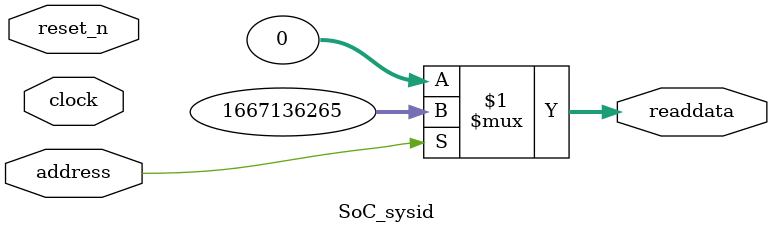
<source format=v>

`timescale 1ns / 1ps
// synthesis translate_on

// turn off superfluous verilog processor warnings 
// altera message_level Level1 
// altera message_off 10034 10035 10036 10037 10230 10240 10030 

module SoC_sysid (
               // inputs:
                address,
                clock,
                reset_n,

               // outputs:
                readdata
             )
;

  output  [ 31: 0] readdata;
  input            address;
  input            clock;
  input            reset_n;

  wire    [ 31: 0] readdata;
  //control_slave, which is an e_avalon_slave
  assign readdata = address ? 1667136265 : 0;

endmodule




</source>
